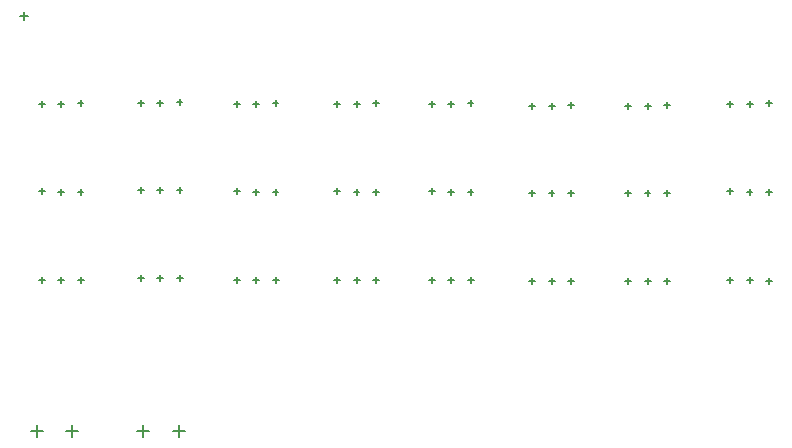
<source format=gbr>
%TF.GenerationSoftware,Altium Limited,Altium Designer,24.3.1 (35)*%
G04 Layer_Color=128*
%FSLAX45Y45*%
%MOMM*%
%TF.SameCoordinates,A20972E9-028A-4597-9386-5314E3457622*%
%TF.FilePolarity,Positive*%
%TF.FileFunction,Drillmap*%
%TF.Part,Single*%
G01*
G75*
%TA.AperFunction,NonConductor*%
%ADD32C,0.12700*%
D32*
X546500Y1778000D02*
X596500D01*
X571500Y1753000D02*
Y1803000D01*
X1050000Y500000D02*
X1150000D01*
X1100000Y450000D02*
Y550000D01*
X1350000Y500000D02*
X1450000D01*
X1400000Y450000D02*
Y550000D01*
X150000Y500000D02*
X250000D01*
X200000Y450000D02*
Y550000D01*
X450000Y500000D02*
X550000D01*
X500000Y450000D02*
Y550000D01*
X5347100Y3251200D02*
X5397100D01*
X5372100Y3226200D02*
Y3276200D01*
X5509798Y3258810D02*
X5559798D01*
X5534798Y3233810D02*
Y3283810D01*
X544098Y3271510D02*
X594098D01*
X569098Y3246510D02*
Y3296510D01*
X1054500Y1790700D02*
X1104500D01*
X1079500Y1765700D02*
Y1815700D01*
X6210700Y1778000D02*
X6260700D01*
X6235700Y1753000D02*
Y1803000D01*
X6375800Y1765300D02*
X6425800D01*
X6400800Y1740300D02*
Y1790300D01*
X6373398Y2522210D02*
X6423398D01*
X6398398Y2497210D02*
Y2547210D01*
X6208298Y2522210D02*
X6258298D01*
X6233298Y2497210D02*
Y2547210D01*
X6045600Y3263900D02*
X6095600D01*
X6070600Y3238900D02*
Y3288900D01*
X6210700Y3263900D02*
X6260700D01*
X6235700Y3238900D02*
Y3288900D01*
X6373398Y3271510D02*
X6423398D01*
X6398398Y3246510D02*
Y3296510D01*
X6045600Y1778000D02*
X6095600D01*
X6070600Y1753000D02*
Y1803000D01*
X6045600Y2527300D02*
X6095600D01*
X6070600Y2502300D02*
Y2552300D01*
X5509798Y2509510D02*
X5559798D01*
X5534798Y2484510D02*
Y2534510D01*
X5344698Y2509510D02*
X5394698D01*
X5369698Y2484510D02*
Y2534510D01*
X5182000Y3251200D02*
X5232000D01*
X5207000Y3226200D02*
Y3276200D01*
X5182000Y1765300D02*
X5232000D01*
X5207000Y1740300D02*
Y1790300D01*
X5347100Y1765300D02*
X5397100D01*
X5372100Y1740300D02*
Y1790300D01*
X5512200Y1765300D02*
X5562200D01*
X5537200Y1740300D02*
Y1790300D01*
X5182000Y2514600D02*
X5232000D01*
X5207000Y2489600D02*
Y2539600D01*
X4696998Y2509510D02*
X4746998D01*
X4721998Y2484510D02*
Y2534510D01*
X4531898Y2509510D02*
X4581898D01*
X4556898Y2484510D02*
Y2534510D01*
X4369200Y3251200D02*
X4419200D01*
X4394200Y3226200D02*
Y3276200D01*
X4534300Y3251200D02*
X4584300D01*
X4559300Y3226200D02*
Y3276200D01*
X4696998Y3258810D02*
X4746998D01*
X4721998Y3233810D02*
Y3283810D01*
X4369200Y1765300D02*
X4419200D01*
X4394200Y1740300D02*
Y1790300D01*
X4534300Y1765300D02*
X4584300D01*
X4559300Y1740300D02*
Y1790300D01*
X4699400Y1765300D02*
X4749400D01*
X4724400Y1740300D02*
Y1790300D01*
X4369200Y2514600D02*
X4419200D01*
X4394200Y2489600D02*
Y2539600D01*
X3846098Y2522210D02*
X3896098D01*
X3871098Y2497210D02*
Y2547210D01*
X3680998Y2522210D02*
X3730998D01*
X3705998Y2497210D02*
Y2547210D01*
X3518300Y3263900D02*
X3568300D01*
X3543300Y3238900D02*
Y3288900D01*
X3683400Y3263900D02*
X3733400D01*
X3708400Y3238900D02*
Y3288900D01*
X3846098Y3271510D02*
X3896098D01*
X3871098Y3246510D02*
Y3296510D01*
X3518300Y1778000D02*
X3568300D01*
X3543300Y1753000D02*
Y1803000D01*
X3683400Y1778000D02*
X3733400D01*
X3708400Y1753000D02*
Y1803000D01*
X3848500Y1778000D02*
X3898500D01*
X3873500Y1753000D02*
Y1803000D01*
X3518300Y2527300D02*
X3568300D01*
X3543300Y2502300D02*
Y2552300D01*
X3045998Y2522210D02*
X3095998D01*
X3070998Y2497210D02*
Y2547210D01*
X2880898Y2522210D02*
X2930898D01*
X2905898Y2497210D02*
Y2547210D01*
X2718200Y3263900D02*
X2768200D01*
X2743200Y3238900D02*
Y3288900D01*
X2883300Y3263900D02*
X2933300D01*
X2908300Y3238900D02*
Y3288900D01*
X3045998Y3271510D02*
X3095998D01*
X3070998Y3246510D02*
Y3296510D01*
X2718200Y1778000D02*
X2768200D01*
X2743200Y1753000D02*
Y1803000D01*
X2883300Y1778000D02*
X2933300D01*
X2908300Y1753000D02*
Y1803000D01*
X3048400Y1778000D02*
X3098400D01*
X3073400Y1753000D02*
Y1803000D01*
X2718200Y2527300D02*
X2768200D01*
X2743200Y2502300D02*
Y2552300D01*
X2195098Y2522210D02*
X2245098D01*
X2220098Y2497210D02*
Y2547210D01*
X2029998Y2522210D02*
X2079998D01*
X2054998Y2497210D02*
Y2547210D01*
X1867300Y3263900D02*
X1917300D01*
X1892300Y3238900D02*
Y3288900D01*
X2032400Y3263900D02*
X2082400D01*
X2057400Y3238900D02*
Y3288900D01*
X2195098Y3271510D02*
X2245098D01*
X2220098Y3246510D02*
Y3296510D01*
X1867300Y1778000D02*
X1917300D01*
X1892300Y1753000D02*
Y1803000D01*
X2032400Y1778000D02*
X2082400D01*
X2057400Y1753000D02*
Y1803000D01*
X2197500Y1778000D02*
X2247500D01*
X2222500Y1753000D02*
Y1803000D01*
X1867300Y2527300D02*
X1917300D01*
X1892300Y2502300D02*
Y2552300D01*
X1382298Y2534910D02*
X1432298D01*
X1407298Y2509910D02*
Y2559910D01*
X1217198Y2534910D02*
X1267198D01*
X1242198Y2509910D02*
Y2559910D01*
X1054500Y3276600D02*
X1104500D01*
X1079500Y3251600D02*
Y3301600D01*
X1219600Y3276600D02*
X1269600D01*
X1244600Y3251600D02*
Y3301600D01*
X1382298Y3284210D02*
X1432298D01*
X1407298Y3259210D02*
Y3309210D01*
X1219600Y1790700D02*
X1269600D01*
X1244600Y1765700D02*
Y1815700D01*
X1384700Y1790700D02*
X1434700D01*
X1409700Y1765700D02*
Y1815700D01*
X1054500Y2540000D02*
X1104500D01*
X1079500Y2515000D02*
Y2565000D01*
X216300Y2527300D02*
X266300D01*
X241300Y2502300D02*
Y2552300D01*
X381400Y1778000D02*
X431400D01*
X406400Y1753000D02*
Y1803000D01*
X216300Y1778000D02*
X266300D01*
X241300Y1753000D02*
Y1803000D01*
X381400Y3263900D02*
X431400D01*
X406400Y3238900D02*
Y3288900D01*
X216300Y3263900D02*
X266300D01*
X241300Y3238900D02*
Y3288900D01*
X378998Y2522210D02*
X428998D01*
X403998Y2497210D02*
Y2547210D01*
X544098Y2522210D02*
X594098D01*
X569098Y2497210D02*
Y2547210D01*
X53340Y4013200D02*
X124460D01*
X88900Y3977640D02*
Y4048760D01*
%TF.MD5,b4f041276ff8e8ff7e7283677fbb5943*%
M02*

</source>
